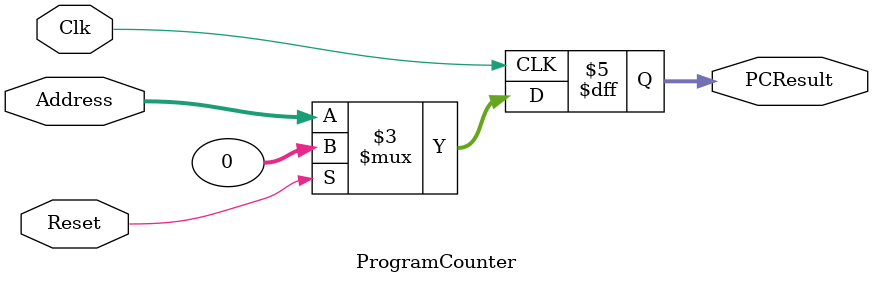
<source format=v>
`timescale 1ns / 1ps


//FUNCTIONALITY: a 32-bit register with a synchronous reset. 
//At the positive edge of the clock, if reset = 1, the 32-bit output is all 0's
//else the output is the 32-bit input

// FUNCTIONALITY (you can skip this paragraph for the first week of lab assignment):-
// Design a program counter register that holds the current address of the 
// instruction memory.  This module should be updated at the positive edge of 
// the clock. The contents of a register default to unknown values or 'X' upon 
// instantiation in your module. Hence, please add a synchronous 'Reset' 
// signal to your PC register to enable global reset of your datapath to point 
// to the first instruction in your instruction memory (i.e., the first address 
// location, 0x00000000).
////////////////////////////////////////////////////////////////////////////////

module ProgramCounter(Address, PCResult, Reset, Clk);

	input [31:0] Address;
	input Reset, Clk;

	output reg [31:0] PCResult;

    always @(posedge Clk) begin
        if (Reset) begin
            PCResult <= 0;
        end
        else begin
            PCResult <= Address;
        end
    end

endmodule


</source>
